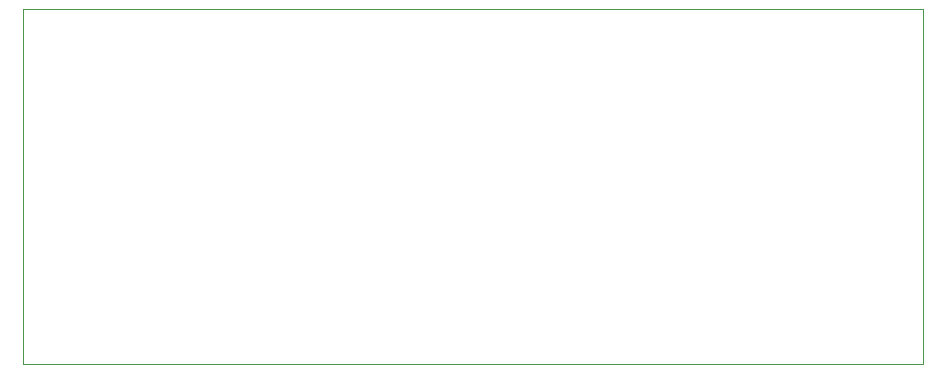
<source format=gm1>
G04 #@! TF.GenerationSoftware,KiCad,Pcbnew,6.0.11-2627ca5db0~126~ubuntu22.04.1*
G04 #@! TF.CreationDate,2023-04-18T11:26:26+01:00*
G04 #@! TF.ProjectId,pim,70696d2e-6b69-4636-9164-5f7063625858,rev?*
G04 #@! TF.SameCoordinates,Original*
G04 #@! TF.FileFunction,Profile,NP*
%FSLAX46Y46*%
G04 Gerber Fmt 4.6, Leading zero omitted, Abs format (unit mm)*
G04 Created by KiCad (PCBNEW 6.0.11-2627ca5db0~126~ubuntu22.04.1) date 2023-04-18 11:26:26*
%MOMM*%
%LPD*%
G01*
G04 APERTURE LIST*
G04 #@! TA.AperFunction,Profile*
%ADD10C,0.100000*%
G04 #@! TD*
G04 APERTURE END LIST*
D10*
X185420000Y-102770000D02*
X109220000Y-102770000D01*
X109220000Y-102770000D02*
X109220000Y-132780000D01*
X109220000Y-132780000D02*
X185420000Y-132780000D01*
X185420000Y-132780000D02*
X185420000Y-102770000D01*
M02*

</source>
